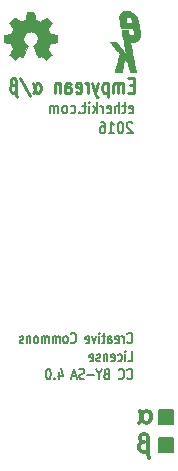
<source format=gbr>
G04 #@! TF.FileFunction,Legend,Bot*
%FSLAX46Y46*%
G04 Gerber Fmt 4.6, Leading zero omitted, Abs format (unit mm)*
G04 Created by KiCad (PCBNEW 4.0.3+e1-6302~38~ubuntu16.04.1-stable) date Sat Aug 13 15:25:40 2016*
%MOMM*%
%LPD*%
G01*
G04 APERTURE LIST*
%ADD10C,0.100000*%
%ADD11C,0.175000*%
%ADD12C,0.200000*%
%ADD13C,0.250000*%
%ADD14C,0.300000*%
%ADD15C,0.002540*%
G04 APERTURE END LIST*
D10*
D11*
X138883333Y-135246429D02*
X138916667Y-135289286D01*
X139016667Y-135332143D01*
X139083333Y-135332143D01*
X139183333Y-135289286D01*
X139250000Y-135203571D01*
X139283333Y-135117857D01*
X139316667Y-134946429D01*
X139316667Y-134817857D01*
X139283333Y-134646429D01*
X139250000Y-134560714D01*
X139183333Y-134475000D01*
X139083333Y-134432143D01*
X139016667Y-134432143D01*
X138916667Y-134475000D01*
X138883333Y-134517857D01*
X138583333Y-135332143D02*
X138583333Y-134732143D01*
X138583333Y-134903571D02*
X138550000Y-134817857D01*
X138516667Y-134775000D01*
X138450000Y-134732143D01*
X138383333Y-134732143D01*
X137883334Y-135289286D02*
X137950000Y-135332143D01*
X138083334Y-135332143D01*
X138150000Y-135289286D01*
X138183334Y-135203571D01*
X138183334Y-134860714D01*
X138150000Y-134775000D01*
X138083334Y-134732143D01*
X137950000Y-134732143D01*
X137883334Y-134775000D01*
X137850000Y-134860714D01*
X137850000Y-134946429D01*
X138183334Y-135032143D01*
X137250000Y-135332143D02*
X137250000Y-134860714D01*
X137283334Y-134775000D01*
X137350000Y-134732143D01*
X137483334Y-134732143D01*
X137550000Y-134775000D01*
X137250000Y-135289286D02*
X137316667Y-135332143D01*
X137483334Y-135332143D01*
X137550000Y-135289286D01*
X137583334Y-135203571D01*
X137583334Y-135117857D01*
X137550000Y-135032143D01*
X137483334Y-134989286D01*
X137316667Y-134989286D01*
X137250000Y-134946429D01*
X137016667Y-134732143D02*
X136750001Y-134732143D01*
X136916667Y-134432143D02*
X136916667Y-135203571D01*
X136883334Y-135289286D01*
X136816667Y-135332143D01*
X136750001Y-135332143D01*
X136516667Y-135332143D02*
X136516667Y-134732143D01*
X136516667Y-134432143D02*
X136550001Y-134475000D01*
X136516667Y-134517857D01*
X136483334Y-134475000D01*
X136516667Y-134432143D01*
X136516667Y-134517857D01*
X136250001Y-134732143D02*
X136083334Y-135332143D01*
X135916668Y-134732143D01*
X135383335Y-135289286D02*
X135450001Y-135332143D01*
X135583335Y-135332143D01*
X135650001Y-135289286D01*
X135683335Y-135203571D01*
X135683335Y-134860714D01*
X135650001Y-134775000D01*
X135583335Y-134732143D01*
X135450001Y-134732143D01*
X135383335Y-134775000D01*
X135350001Y-134860714D01*
X135350001Y-134946429D01*
X135683335Y-135032143D01*
X134116668Y-135246429D02*
X134150002Y-135289286D01*
X134250002Y-135332143D01*
X134316668Y-135332143D01*
X134416668Y-135289286D01*
X134483335Y-135203571D01*
X134516668Y-135117857D01*
X134550002Y-134946429D01*
X134550002Y-134817857D01*
X134516668Y-134646429D01*
X134483335Y-134560714D01*
X134416668Y-134475000D01*
X134316668Y-134432143D01*
X134250002Y-134432143D01*
X134150002Y-134475000D01*
X134116668Y-134517857D01*
X133716668Y-135332143D02*
X133783335Y-135289286D01*
X133816668Y-135246429D01*
X133850002Y-135160714D01*
X133850002Y-134903571D01*
X133816668Y-134817857D01*
X133783335Y-134775000D01*
X133716668Y-134732143D01*
X133616668Y-134732143D01*
X133550002Y-134775000D01*
X133516668Y-134817857D01*
X133483335Y-134903571D01*
X133483335Y-135160714D01*
X133516668Y-135246429D01*
X133550002Y-135289286D01*
X133616668Y-135332143D01*
X133716668Y-135332143D01*
X133183335Y-135332143D02*
X133183335Y-134732143D01*
X133183335Y-134817857D02*
X133150002Y-134775000D01*
X133083335Y-134732143D01*
X132983335Y-134732143D01*
X132916669Y-134775000D01*
X132883335Y-134860714D01*
X132883335Y-135332143D01*
X132883335Y-134860714D02*
X132850002Y-134775000D01*
X132783335Y-134732143D01*
X132683335Y-134732143D01*
X132616669Y-134775000D01*
X132583335Y-134860714D01*
X132583335Y-135332143D01*
X132250002Y-135332143D02*
X132250002Y-134732143D01*
X132250002Y-134817857D02*
X132216669Y-134775000D01*
X132150002Y-134732143D01*
X132050002Y-134732143D01*
X131983336Y-134775000D01*
X131950002Y-134860714D01*
X131950002Y-135332143D01*
X131950002Y-134860714D02*
X131916669Y-134775000D01*
X131850002Y-134732143D01*
X131750002Y-134732143D01*
X131683336Y-134775000D01*
X131650002Y-134860714D01*
X131650002Y-135332143D01*
X131216669Y-135332143D02*
X131283336Y-135289286D01*
X131316669Y-135246429D01*
X131350003Y-135160714D01*
X131350003Y-134903571D01*
X131316669Y-134817857D01*
X131283336Y-134775000D01*
X131216669Y-134732143D01*
X131116669Y-134732143D01*
X131050003Y-134775000D01*
X131016669Y-134817857D01*
X130983336Y-134903571D01*
X130983336Y-135160714D01*
X131016669Y-135246429D01*
X131050003Y-135289286D01*
X131116669Y-135332143D01*
X131216669Y-135332143D01*
X130683336Y-134732143D02*
X130683336Y-135332143D01*
X130683336Y-134817857D02*
X130650003Y-134775000D01*
X130583336Y-134732143D01*
X130483336Y-134732143D01*
X130416670Y-134775000D01*
X130383336Y-134860714D01*
X130383336Y-135332143D01*
X130083337Y-135289286D02*
X130016670Y-135332143D01*
X129883337Y-135332143D01*
X129816670Y-135289286D01*
X129783337Y-135203571D01*
X129783337Y-135160714D01*
X129816670Y-135075000D01*
X129883337Y-135032143D01*
X129983337Y-135032143D01*
X130050003Y-134989286D01*
X130083337Y-134903571D01*
X130083337Y-134860714D01*
X130050003Y-134775000D01*
X129983337Y-134732143D01*
X129883337Y-134732143D01*
X129816670Y-134775000D01*
X138950000Y-136857143D02*
X139283333Y-136857143D01*
X139283333Y-135957143D01*
X138716666Y-136857143D02*
X138716666Y-136257143D01*
X138716666Y-135957143D02*
X138750000Y-136000000D01*
X138716666Y-136042857D01*
X138683333Y-136000000D01*
X138716666Y-135957143D01*
X138716666Y-136042857D01*
X138083333Y-136814286D02*
X138150000Y-136857143D01*
X138283333Y-136857143D01*
X138350000Y-136814286D01*
X138383333Y-136771429D01*
X138416667Y-136685714D01*
X138416667Y-136428571D01*
X138383333Y-136342857D01*
X138350000Y-136300000D01*
X138283333Y-136257143D01*
X138150000Y-136257143D01*
X138083333Y-136300000D01*
X137516667Y-136814286D02*
X137583333Y-136857143D01*
X137716667Y-136857143D01*
X137783333Y-136814286D01*
X137816667Y-136728571D01*
X137816667Y-136385714D01*
X137783333Y-136300000D01*
X137716667Y-136257143D01*
X137583333Y-136257143D01*
X137516667Y-136300000D01*
X137483333Y-136385714D01*
X137483333Y-136471429D01*
X137816667Y-136557143D01*
X137183333Y-136257143D02*
X137183333Y-136857143D01*
X137183333Y-136342857D02*
X137150000Y-136300000D01*
X137083333Y-136257143D01*
X136983333Y-136257143D01*
X136916667Y-136300000D01*
X136883333Y-136385714D01*
X136883333Y-136857143D01*
X136583334Y-136814286D02*
X136516667Y-136857143D01*
X136383334Y-136857143D01*
X136316667Y-136814286D01*
X136283334Y-136728571D01*
X136283334Y-136685714D01*
X136316667Y-136600000D01*
X136383334Y-136557143D01*
X136483334Y-136557143D01*
X136550000Y-136514286D01*
X136583334Y-136428571D01*
X136583334Y-136385714D01*
X136550000Y-136300000D01*
X136483334Y-136257143D01*
X136383334Y-136257143D01*
X136316667Y-136300000D01*
X135716667Y-136814286D02*
X135783333Y-136857143D01*
X135916667Y-136857143D01*
X135983333Y-136814286D01*
X136016667Y-136728571D01*
X136016667Y-136385714D01*
X135983333Y-136300000D01*
X135916667Y-136257143D01*
X135783333Y-136257143D01*
X135716667Y-136300000D01*
X135683333Y-136385714D01*
X135683333Y-136471429D01*
X136016667Y-136557143D01*
X138883333Y-138296429D02*
X138916667Y-138339286D01*
X139016667Y-138382143D01*
X139083333Y-138382143D01*
X139183333Y-138339286D01*
X139250000Y-138253571D01*
X139283333Y-138167857D01*
X139316667Y-137996429D01*
X139316667Y-137867857D01*
X139283333Y-137696429D01*
X139250000Y-137610714D01*
X139183333Y-137525000D01*
X139083333Y-137482143D01*
X139016667Y-137482143D01*
X138916667Y-137525000D01*
X138883333Y-137567857D01*
X138183333Y-138296429D02*
X138216667Y-138339286D01*
X138316667Y-138382143D01*
X138383333Y-138382143D01*
X138483333Y-138339286D01*
X138550000Y-138253571D01*
X138583333Y-138167857D01*
X138616667Y-137996429D01*
X138616667Y-137867857D01*
X138583333Y-137696429D01*
X138550000Y-137610714D01*
X138483333Y-137525000D01*
X138383333Y-137482143D01*
X138316667Y-137482143D01*
X138216667Y-137525000D01*
X138183333Y-137567857D01*
X137116667Y-137910714D02*
X137016667Y-137953571D01*
X136983334Y-137996429D01*
X136950000Y-138082143D01*
X136950000Y-138210714D01*
X136983334Y-138296429D01*
X137016667Y-138339286D01*
X137083334Y-138382143D01*
X137350000Y-138382143D01*
X137350000Y-137482143D01*
X137116667Y-137482143D01*
X137050000Y-137525000D01*
X137016667Y-137567857D01*
X136983334Y-137653571D01*
X136983334Y-137739286D01*
X137016667Y-137825000D01*
X137050000Y-137867857D01*
X137116667Y-137910714D01*
X137350000Y-137910714D01*
X136516667Y-137953571D02*
X136516667Y-138382143D01*
X136750000Y-137482143D02*
X136516667Y-137953571D01*
X136283334Y-137482143D01*
X136050000Y-138039286D02*
X135516667Y-138039286D01*
X135216667Y-138339286D02*
X135116667Y-138382143D01*
X134950000Y-138382143D01*
X134883333Y-138339286D01*
X134850000Y-138296429D01*
X134816667Y-138210714D01*
X134816667Y-138125000D01*
X134850000Y-138039286D01*
X134883333Y-137996429D01*
X134950000Y-137953571D01*
X135083333Y-137910714D01*
X135150000Y-137867857D01*
X135183333Y-137825000D01*
X135216667Y-137739286D01*
X135216667Y-137653571D01*
X135183333Y-137567857D01*
X135150000Y-137525000D01*
X135083333Y-137482143D01*
X134916667Y-137482143D01*
X134816667Y-137525000D01*
X134550000Y-138125000D02*
X134216666Y-138125000D01*
X134616666Y-138382143D02*
X134383333Y-137482143D01*
X134150000Y-138382143D01*
X133083333Y-137782143D02*
X133083333Y-138382143D01*
X133250000Y-137439286D02*
X133416667Y-138082143D01*
X132983333Y-138082143D01*
X132716666Y-138296429D02*
X132683333Y-138339286D01*
X132716666Y-138382143D01*
X132750000Y-138339286D01*
X132716666Y-138296429D01*
X132716666Y-138382143D01*
X132250000Y-137482143D02*
X132183333Y-137482143D01*
X132116667Y-137525000D01*
X132083333Y-137567857D01*
X132050000Y-137653571D01*
X132016667Y-137825000D01*
X132016667Y-138039286D01*
X132050000Y-138210714D01*
X132083333Y-138296429D01*
X132116667Y-138339286D01*
X132183333Y-138382143D01*
X132250000Y-138382143D01*
X132316667Y-138339286D01*
X132350000Y-138296429D01*
X132383333Y-138210714D01*
X132416667Y-138039286D01*
X132416667Y-137825000D01*
X132383333Y-137653571D01*
X132350000Y-137567857D01*
X132316667Y-137525000D01*
X132250000Y-137482143D01*
D12*
X139297619Y-116647619D02*
X139259524Y-116600000D01*
X139183333Y-116552381D01*
X138992857Y-116552381D01*
X138916667Y-116600000D01*
X138878571Y-116647619D01*
X138840476Y-116742857D01*
X138840476Y-116838095D01*
X138878571Y-116980952D01*
X139335714Y-117552381D01*
X138840476Y-117552381D01*
X138345238Y-116552381D02*
X138269047Y-116552381D01*
X138192857Y-116600000D01*
X138154762Y-116647619D01*
X138116666Y-116742857D01*
X138078571Y-116933333D01*
X138078571Y-117171429D01*
X138116666Y-117361905D01*
X138154762Y-117457143D01*
X138192857Y-117504762D01*
X138269047Y-117552381D01*
X138345238Y-117552381D01*
X138421428Y-117504762D01*
X138459524Y-117457143D01*
X138497619Y-117361905D01*
X138535714Y-117171429D01*
X138535714Y-116933333D01*
X138497619Y-116742857D01*
X138459524Y-116647619D01*
X138421428Y-116600000D01*
X138345238Y-116552381D01*
X137316666Y-117552381D02*
X137773809Y-117552381D01*
X137545238Y-117552381D02*
X137545238Y-116552381D01*
X137621428Y-116695238D01*
X137697619Y-116790476D01*
X137773809Y-116838095D01*
X136630952Y-116552381D02*
X136783333Y-116552381D01*
X136859523Y-116600000D01*
X136897618Y-116647619D01*
X136973809Y-116790476D01*
X137011904Y-116980952D01*
X137011904Y-117361905D01*
X136973809Y-117457143D01*
X136935714Y-117504762D01*
X136859523Y-117552381D01*
X136707142Y-117552381D01*
X136630952Y-117504762D01*
X136592856Y-117457143D01*
X136554761Y-117361905D01*
X136554761Y-117123810D01*
X136592856Y-117028571D01*
X136630952Y-116980952D01*
X136707142Y-116933333D01*
X136859523Y-116933333D01*
X136935714Y-116980952D01*
X136973809Y-117028571D01*
X137011904Y-117123810D01*
X139054762Y-115804762D02*
X139130952Y-115852381D01*
X139283333Y-115852381D01*
X139359524Y-115804762D01*
X139397619Y-115709524D01*
X139397619Y-115328571D01*
X139359524Y-115233333D01*
X139283333Y-115185714D01*
X139130952Y-115185714D01*
X139054762Y-115233333D01*
X139016667Y-115328571D01*
X139016667Y-115423810D01*
X139397619Y-115519048D01*
X138788096Y-115185714D02*
X138483334Y-115185714D01*
X138673810Y-114852381D02*
X138673810Y-115709524D01*
X138635715Y-115804762D01*
X138559524Y-115852381D01*
X138483334Y-115852381D01*
X138216667Y-115852381D02*
X138216667Y-114852381D01*
X137873810Y-115852381D02*
X137873810Y-115328571D01*
X137911905Y-115233333D01*
X137988095Y-115185714D01*
X138102381Y-115185714D01*
X138178572Y-115233333D01*
X138216667Y-115280952D01*
X137188095Y-115804762D02*
X137264285Y-115852381D01*
X137416666Y-115852381D01*
X137492857Y-115804762D01*
X137530952Y-115709524D01*
X137530952Y-115328571D01*
X137492857Y-115233333D01*
X137416666Y-115185714D01*
X137264285Y-115185714D01*
X137188095Y-115233333D01*
X137150000Y-115328571D01*
X137150000Y-115423810D01*
X137530952Y-115519048D01*
X136807143Y-115852381D02*
X136807143Y-115185714D01*
X136807143Y-115376190D02*
X136769048Y-115280952D01*
X136730952Y-115233333D01*
X136654762Y-115185714D01*
X136578571Y-115185714D01*
X136311905Y-115852381D02*
X136311905Y-114852381D01*
X136235714Y-115471429D02*
X136007143Y-115852381D01*
X136007143Y-115185714D02*
X136311905Y-115566667D01*
X135664286Y-115852381D02*
X135664286Y-115185714D01*
X135664286Y-114852381D02*
X135702381Y-114900000D01*
X135664286Y-114947619D01*
X135626191Y-114900000D01*
X135664286Y-114852381D01*
X135664286Y-114947619D01*
X135397620Y-115185714D02*
X135092858Y-115185714D01*
X135283334Y-114852381D02*
X135283334Y-115709524D01*
X135245239Y-115804762D01*
X135169048Y-115852381D01*
X135092858Y-115852381D01*
X134826191Y-115757143D02*
X134788096Y-115804762D01*
X134826191Y-115852381D01*
X134864286Y-115804762D01*
X134826191Y-115757143D01*
X134826191Y-115852381D01*
X134102382Y-115804762D02*
X134178572Y-115852381D01*
X134330953Y-115852381D01*
X134407144Y-115804762D01*
X134445239Y-115757143D01*
X134483334Y-115661905D01*
X134483334Y-115376190D01*
X134445239Y-115280952D01*
X134407144Y-115233333D01*
X134330953Y-115185714D01*
X134178572Y-115185714D01*
X134102382Y-115233333D01*
X133645239Y-115852381D02*
X133721430Y-115804762D01*
X133759525Y-115757143D01*
X133797620Y-115661905D01*
X133797620Y-115376190D01*
X133759525Y-115280952D01*
X133721430Y-115233333D01*
X133645239Y-115185714D01*
X133530953Y-115185714D01*
X133454763Y-115233333D01*
X133416668Y-115280952D01*
X133378572Y-115376190D01*
X133378572Y-115661905D01*
X133416668Y-115757143D01*
X133454763Y-115804762D01*
X133530953Y-115852381D01*
X133645239Y-115852381D01*
X133035715Y-115852381D02*
X133035715Y-115185714D01*
X133035715Y-115280952D02*
X132997620Y-115233333D01*
X132921429Y-115185714D01*
X132807143Y-115185714D01*
X132730953Y-115233333D01*
X132692858Y-115328571D01*
X132692858Y-115852381D01*
X132692858Y-115328571D02*
X132654762Y-115233333D01*
X132578572Y-115185714D01*
X132464286Y-115185714D01*
X132388096Y-115233333D01*
X132350001Y-115328571D01*
X132350001Y-115852381D01*
D13*
X139464286Y-113464286D02*
X139130952Y-113464286D01*
X138988095Y-114092857D02*
X139464286Y-114092857D01*
X139464286Y-112892857D01*
X138988095Y-112892857D01*
X138559524Y-114092857D02*
X138559524Y-113292857D01*
X138559524Y-113407143D02*
X138511905Y-113350000D01*
X138416667Y-113292857D01*
X138273809Y-113292857D01*
X138178571Y-113350000D01*
X138130952Y-113464286D01*
X138130952Y-114092857D01*
X138130952Y-113464286D02*
X138083333Y-113350000D01*
X137988095Y-113292857D01*
X137845238Y-113292857D01*
X137750000Y-113350000D01*
X137702381Y-113464286D01*
X137702381Y-114092857D01*
X137226191Y-113292857D02*
X137226191Y-114492857D01*
X137226191Y-113350000D02*
X137130953Y-113292857D01*
X136940476Y-113292857D01*
X136845238Y-113350000D01*
X136797619Y-113407143D01*
X136750000Y-113521429D01*
X136750000Y-113864286D01*
X136797619Y-113978571D01*
X136845238Y-114035714D01*
X136940476Y-114092857D01*
X137130953Y-114092857D01*
X137226191Y-114035714D01*
X136416667Y-113292857D02*
X136178572Y-114092857D01*
X135940476Y-113292857D02*
X136178572Y-114092857D01*
X136273810Y-114378571D01*
X136321429Y-114435714D01*
X136416667Y-114492857D01*
X135559524Y-114092857D02*
X135559524Y-113292857D01*
X135559524Y-113521429D02*
X135511905Y-113407143D01*
X135464286Y-113350000D01*
X135369048Y-113292857D01*
X135273809Y-113292857D01*
X134559523Y-114035714D02*
X134654761Y-114092857D01*
X134845238Y-114092857D01*
X134940476Y-114035714D01*
X134988095Y-113921429D01*
X134988095Y-113464286D01*
X134940476Y-113350000D01*
X134845238Y-113292857D01*
X134654761Y-113292857D01*
X134559523Y-113350000D01*
X134511904Y-113464286D01*
X134511904Y-113578571D01*
X134988095Y-113692857D01*
X133654761Y-114092857D02*
X133654761Y-113464286D01*
X133702380Y-113350000D01*
X133797618Y-113292857D01*
X133988095Y-113292857D01*
X134083333Y-113350000D01*
X133654761Y-114035714D02*
X133749999Y-114092857D01*
X133988095Y-114092857D01*
X134083333Y-114035714D01*
X134130952Y-113921429D01*
X134130952Y-113807143D01*
X134083333Y-113692857D01*
X133988095Y-113635714D01*
X133749999Y-113635714D01*
X133654761Y-113578571D01*
X133178571Y-113292857D02*
X133178571Y-114092857D01*
X133178571Y-113407143D02*
X133130952Y-113350000D01*
X133035714Y-113292857D01*
X132892856Y-113292857D01*
X132797618Y-113350000D01*
X132749999Y-113464286D01*
X132749999Y-114092857D01*
X130940475Y-113292857D02*
X131083332Y-113864286D01*
X131130951Y-113978571D01*
X131178570Y-114035714D01*
X131273809Y-114092857D01*
X131369047Y-114092857D01*
X131464285Y-114035714D01*
X131511904Y-113978571D01*
X131559523Y-113807143D01*
X131559523Y-113578571D01*
X131511904Y-113407143D01*
X131464285Y-113350000D01*
X131369047Y-113292857D01*
X131273809Y-113292857D01*
X131178570Y-113350000D01*
X131130951Y-113407143D01*
X131083332Y-113521429D01*
X131035713Y-113921429D01*
X130988094Y-114035714D01*
X130892856Y-114092857D01*
X129797618Y-112835714D02*
X130654761Y-114378571D01*
X129178570Y-113407143D02*
X129083332Y-113464286D01*
X129035713Y-113521429D01*
X128988094Y-113635714D01*
X128988094Y-113864286D01*
X129035713Y-113978571D01*
X129083332Y-114035714D01*
X129178570Y-114092857D01*
X129321428Y-114092857D01*
X129416666Y-114035714D01*
X129464285Y-113978571D01*
X129559523Y-114492857D02*
X129511904Y-114435714D01*
X129464285Y-114321429D01*
X129464285Y-113064286D01*
X129416666Y-112950000D01*
X129321428Y-112892857D01*
X129178570Y-112892857D01*
X129083332Y-112950000D01*
X129035713Y-113064286D01*
X129035713Y-113235714D01*
X129083332Y-113350000D01*
X129178570Y-113407143D01*
X129273809Y-113407143D01*
D14*
X140192857Y-143671429D02*
X140050000Y-143742857D01*
X139978571Y-143814286D01*
X139907142Y-143957143D01*
X139907142Y-144242857D01*
X139978571Y-144385714D01*
X140050000Y-144457143D01*
X140192857Y-144528571D01*
X140407142Y-144528571D01*
X140550000Y-144457143D01*
X140621428Y-144385714D01*
X140764285Y-145028571D02*
X140692857Y-144957143D01*
X140621428Y-144814286D01*
X140621428Y-143242857D01*
X140550000Y-143100000D01*
X140407142Y-143028571D01*
X140192857Y-143028571D01*
X140050000Y-143100000D01*
X139978571Y-143242857D01*
X139978571Y-143457143D01*
X140050000Y-143600000D01*
X140192857Y-143671429D01*
X140335714Y-143671429D01*
X139935714Y-141028571D02*
X140150000Y-141742857D01*
X140221429Y-141885714D01*
X140292857Y-141957143D01*
X140435714Y-142028571D01*
X140578571Y-142028571D01*
X140721429Y-141957143D01*
X140792857Y-141885714D01*
X140864286Y-141671429D01*
X140864286Y-141385714D01*
X140792857Y-141171429D01*
X140721429Y-141100000D01*
X140578571Y-141028571D01*
X140435714Y-141028571D01*
X140292857Y-141100000D01*
X140221429Y-141171429D01*
X140150000Y-141314286D01*
X140078571Y-141814286D01*
X140007143Y-141957143D01*
X139864286Y-142028571D01*
D15*
G36*
X132048740Y-111298980D02*
X132025880Y-111286280D01*
X131972540Y-111253260D01*
X131898880Y-111205000D01*
X131809980Y-111146580D01*
X131723620Y-111085620D01*
X131649960Y-111037360D01*
X131599160Y-111004340D01*
X131578840Y-110994180D01*
X131566140Y-110996720D01*
X131525500Y-111017040D01*
X131464540Y-111050060D01*
X131428980Y-111067840D01*
X131373100Y-111090700D01*
X131345160Y-111095780D01*
X131340080Y-111088160D01*
X131319760Y-111047520D01*
X131289280Y-110973860D01*
X131246100Y-110877340D01*
X131197840Y-110763040D01*
X131147040Y-110641120D01*
X131093700Y-110519200D01*
X131045440Y-110399820D01*
X131002260Y-110293140D01*
X130966700Y-110206780D01*
X130943840Y-110145820D01*
X130936220Y-110120420D01*
X130938760Y-110115340D01*
X130966700Y-110087400D01*
X131014960Y-110051840D01*
X131119100Y-109965480D01*
X131223240Y-109835940D01*
X131286740Y-109688620D01*
X131309600Y-109523520D01*
X131291820Y-109373660D01*
X131230860Y-109228880D01*
X131129260Y-109096800D01*
X131004800Y-109000280D01*
X130862560Y-108936780D01*
X130700000Y-108916460D01*
X130545060Y-108934240D01*
X130397740Y-108992660D01*
X130265660Y-109094260D01*
X130209780Y-109157760D01*
X130133580Y-109289840D01*
X130090400Y-109432080D01*
X130085320Y-109467640D01*
X130092940Y-109625120D01*
X130138660Y-109774980D01*
X130219940Y-109907060D01*
X130334240Y-110018820D01*
X130349480Y-110028980D01*
X130402820Y-110067080D01*
X130438380Y-110095020D01*
X130466320Y-110117880D01*
X130268200Y-110597940D01*
X130235180Y-110674140D01*
X130181840Y-110803680D01*
X130133580Y-110917980D01*
X130092940Y-111006880D01*
X130067540Y-111067840D01*
X130054840Y-111090700D01*
X130054840Y-111093240D01*
X130037060Y-111095780D01*
X130001500Y-111083080D01*
X129932920Y-111050060D01*
X129889740Y-111027200D01*
X129838940Y-111001800D01*
X129816080Y-110994180D01*
X129795760Y-111004340D01*
X129747500Y-111034820D01*
X129676380Y-111083080D01*
X129590020Y-111141500D01*
X129508740Y-111197380D01*
X129435080Y-111245640D01*
X129379200Y-111281200D01*
X129353800Y-111296440D01*
X129348720Y-111296440D01*
X129325860Y-111283740D01*
X129282680Y-111245640D01*
X129216640Y-111184680D01*
X129125200Y-111093240D01*
X129109960Y-111080540D01*
X129033760Y-111001800D01*
X128972800Y-110938300D01*
X128932160Y-110892580D01*
X128916920Y-110869720D01*
X128916920Y-110869720D01*
X128929620Y-110844320D01*
X128965180Y-110790980D01*
X129013440Y-110714780D01*
X129074400Y-110625880D01*
X129234420Y-110394740D01*
X129145520Y-110176300D01*
X129120120Y-110110260D01*
X129084560Y-110028980D01*
X129059160Y-109973100D01*
X129046460Y-109947700D01*
X129023600Y-109937540D01*
X128965180Y-109924840D01*
X128878820Y-109907060D01*
X128774680Y-109886740D01*
X128675620Y-109868960D01*
X128589260Y-109851180D01*
X128523220Y-109838480D01*
X128495280Y-109833400D01*
X128487660Y-109830860D01*
X128482580Y-109815620D01*
X128480040Y-109785140D01*
X128477500Y-109731800D01*
X128474960Y-109647980D01*
X128474960Y-109523520D01*
X128474960Y-109510820D01*
X128477500Y-109393980D01*
X128477500Y-109300000D01*
X128482580Y-109241580D01*
X128485120Y-109216180D01*
X128485120Y-109216180D01*
X128513060Y-109211100D01*
X128576560Y-109195860D01*
X128665460Y-109180620D01*
X128769600Y-109160300D01*
X128777220Y-109157760D01*
X128881360Y-109137440D01*
X128970260Y-109119660D01*
X129031220Y-109104420D01*
X129059160Y-109096800D01*
X129064240Y-109089180D01*
X129084560Y-109048540D01*
X129115040Y-108982500D01*
X129150600Y-108903760D01*
X129183620Y-108819940D01*
X129214100Y-108746280D01*
X129234420Y-108690400D01*
X129239500Y-108665000D01*
X129239500Y-108665000D01*
X129224260Y-108639600D01*
X129188700Y-108586260D01*
X129137900Y-108510060D01*
X129074400Y-108421160D01*
X129071860Y-108413540D01*
X129010900Y-108324640D01*
X128960100Y-108248440D01*
X128929620Y-108195100D01*
X128916920Y-108172240D01*
X128916920Y-108169700D01*
X128937240Y-108144300D01*
X128982960Y-108093500D01*
X129046460Y-108024920D01*
X129125200Y-107946180D01*
X129150600Y-107920780D01*
X129236960Y-107836960D01*
X129295380Y-107781080D01*
X129333480Y-107753140D01*
X129351260Y-107745520D01*
X129351260Y-107745520D01*
X129379200Y-107763300D01*
X129435080Y-107798860D01*
X129511280Y-107852200D01*
X129602720Y-107913160D01*
X129607800Y-107915700D01*
X129696700Y-107976660D01*
X129770360Y-108027460D01*
X129823700Y-108063020D01*
X129846560Y-108075720D01*
X129851640Y-108075720D01*
X129887200Y-108065560D01*
X129950700Y-108042700D01*
X130026900Y-108012220D01*
X130110720Y-107979200D01*
X130184380Y-107948720D01*
X130240260Y-107923320D01*
X130268200Y-107908080D01*
X130268200Y-107905540D01*
X130278360Y-107875060D01*
X130293600Y-107809020D01*
X130311380Y-107717580D01*
X130331700Y-107608360D01*
X130336780Y-107590580D01*
X130357100Y-107483900D01*
X130372340Y-107397540D01*
X130385040Y-107336580D01*
X130392660Y-107311180D01*
X130407900Y-107308640D01*
X130458700Y-107303560D01*
X130537440Y-107301020D01*
X130633960Y-107301020D01*
X130733020Y-107301020D01*
X130832080Y-107303560D01*
X130915900Y-107306100D01*
X130974320Y-107311180D01*
X130999720Y-107316260D01*
X131002260Y-107316260D01*
X131009880Y-107349280D01*
X131025120Y-107415320D01*
X131042900Y-107509300D01*
X131065760Y-107618520D01*
X131068300Y-107636300D01*
X131088620Y-107742980D01*
X131106400Y-107829340D01*
X131119100Y-107890300D01*
X131126720Y-107913160D01*
X131134340Y-107918240D01*
X131180060Y-107936020D01*
X131251180Y-107966500D01*
X131337540Y-108002060D01*
X131540740Y-108083340D01*
X131792200Y-107913160D01*
X131815060Y-107897920D01*
X131903960Y-107836960D01*
X131977620Y-107786160D01*
X132028420Y-107753140D01*
X132051280Y-107742980D01*
X132051280Y-107742980D01*
X132076680Y-107765840D01*
X132127480Y-107811560D01*
X132193520Y-107877600D01*
X132272260Y-107956340D01*
X132330680Y-108012220D01*
X132399260Y-108083340D01*
X132444980Y-108131600D01*
X132467840Y-108162080D01*
X132475460Y-108179860D01*
X132472920Y-108192560D01*
X132457680Y-108217960D01*
X132422120Y-108271300D01*
X132368780Y-108347500D01*
X132307820Y-108436400D01*
X132259560Y-108510060D01*
X132203680Y-108593880D01*
X132168120Y-108654840D01*
X132157960Y-108682780D01*
X132160500Y-108695480D01*
X132178280Y-108743740D01*
X132206220Y-108817400D01*
X132244320Y-108906300D01*
X132330680Y-109104420D01*
X132460220Y-109129820D01*
X132538960Y-109142520D01*
X132650720Y-109165380D01*
X132754860Y-109185700D01*
X132919960Y-109216180D01*
X132925040Y-109818160D01*
X132899640Y-109828320D01*
X132874240Y-109835940D01*
X132813280Y-109848640D01*
X132726920Y-109866420D01*
X132625320Y-109886740D01*
X132538960Y-109901980D01*
X132450060Y-109919760D01*
X132386560Y-109932460D01*
X132358620Y-109937540D01*
X132351000Y-109947700D01*
X132330680Y-109988340D01*
X132297660Y-110056920D01*
X132264640Y-110138200D01*
X132229080Y-110222020D01*
X132198600Y-110300760D01*
X132175740Y-110359180D01*
X132168120Y-110392200D01*
X132180820Y-110415060D01*
X132213840Y-110465860D01*
X132262100Y-110539520D01*
X132320520Y-110625880D01*
X132381480Y-110714780D01*
X132432280Y-110788440D01*
X132465300Y-110841780D01*
X132480540Y-110867180D01*
X132472920Y-110884960D01*
X132439900Y-110925600D01*
X132373860Y-110994180D01*
X132274800Y-111090700D01*
X132259560Y-111105940D01*
X132180820Y-111182140D01*
X132114780Y-111243100D01*
X132069060Y-111283740D01*
X132048740Y-111298980D01*
X132048740Y-111298980D01*
G37*
X132048740Y-111298980D02*
X132025880Y-111286280D01*
X131972540Y-111253260D01*
X131898880Y-111205000D01*
X131809980Y-111146580D01*
X131723620Y-111085620D01*
X131649960Y-111037360D01*
X131599160Y-111004340D01*
X131578840Y-110994180D01*
X131566140Y-110996720D01*
X131525500Y-111017040D01*
X131464540Y-111050060D01*
X131428980Y-111067840D01*
X131373100Y-111090700D01*
X131345160Y-111095780D01*
X131340080Y-111088160D01*
X131319760Y-111047520D01*
X131289280Y-110973860D01*
X131246100Y-110877340D01*
X131197840Y-110763040D01*
X131147040Y-110641120D01*
X131093700Y-110519200D01*
X131045440Y-110399820D01*
X131002260Y-110293140D01*
X130966700Y-110206780D01*
X130943840Y-110145820D01*
X130936220Y-110120420D01*
X130938760Y-110115340D01*
X130966700Y-110087400D01*
X131014960Y-110051840D01*
X131119100Y-109965480D01*
X131223240Y-109835940D01*
X131286740Y-109688620D01*
X131309600Y-109523520D01*
X131291820Y-109373660D01*
X131230860Y-109228880D01*
X131129260Y-109096800D01*
X131004800Y-109000280D01*
X130862560Y-108936780D01*
X130700000Y-108916460D01*
X130545060Y-108934240D01*
X130397740Y-108992660D01*
X130265660Y-109094260D01*
X130209780Y-109157760D01*
X130133580Y-109289840D01*
X130090400Y-109432080D01*
X130085320Y-109467640D01*
X130092940Y-109625120D01*
X130138660Y-109774980D01*
X130219940Y-109907060D01*
X130334240Y-110018820D01*
X130349480Y-110028980D01*
X130402820Y-110067080D01*
X130438380Y-110095020D01*
X130466320Y-110117880D01*
X130268200Y-110597940D01*
X130235180Y-110674140D01*
X130181840Y-110803680D01*
X130133580Y-110917980D01*
X130092940Y-111006880D01*
X130067540Y-111067840D01*
X130054840Y-111090700D01*
X130054840Y-111093240D01*
X130037060Y-111095780D01*
X130001500Y-111083080D01*
X129932920Y-111050060D01*
X129889740Y-111027200D01*
X129838940Y-111001800D01*
X129816080Y-110994180D01*
X129795760Y-111004340D01*
X129747500Y-111034820D01*
X129676380Y-111083080D01*
X129590020Y-111141500D01*
X129508740Y-111197380D01*
X129435080Y-111245640D01*
X129379200Y-111281200D01*
X129353800Y-111296440D01*
X129348720Y-111296440D01*
X129325860Y-111283740D01*
X129282680Y-111245640D01*
X129216640Y-111184680D01*
X129125200Y-111093240D01*
X129109960Y-111080540D01*
X129033760Y-111001800D01*
X128972800Y-110938300D01*
X128932160Y-110892580D01*
X128916920Y-110869720D01*
X128916920Y-110869720D01*
X128929620Y-110844320D01*
X128965180Y-110790980D01*
X129013440Y-110714780D01*
X129074400Y-110625880D01*
X129234420Y-110394740D01*
X129145520Y-110176300D01*
X129120120Y-110110260D01*
X129084560Y-110028980D01*
X129059160Y-109973100D01*
X129046460Y-109947700D01*
X129023600Y-109937540D01*
X128965180Y-109924840D01*
X128878820Y-109907060D01*
X128774680Y-109886740D01*
X128675620Y-109868960D01*
X128589260Y-109851180D01*
X128523220Y-109838480D01*
X128495280Y-109833400D01*
X128487660Y-109830860D01*
X128482580Y-109815620D01*
X128480040Y-109785140D01*
X128477500Y-109731800D01*
X128474960Y-109647980D01*
X128474960Y-109523520D01*
X128474960Y-109510820D01*
X128477500Y-109393980D01*
X128477500Y-109300000D01*
X128482580Y-109241580D01*
X128485120Y-109216180D01*
X128485120Y-109216180D01*
X128513060Y-109211100D01*
X128576560Y-109195860D01*
X128665460Y-109180620D01*
X128769600Y-109160300D01*
X128777220Y-109157760D01*
X128881360Y-109137440D01*
X128970260Y-109119660D01*
X129031220Y-109104420D01*
X129059160Y-109096800D01*
X129064240Y-109089180D01*
X129084560Y-109048540D01*
X129115040Y-108982500D01*
X129150600Y-108903760D01*
X129183620Y-108819940D01*
X129214100Y-108746280D01*
X129234420Y-108690400D01*
X129239500Y-108665000D01*
X129239500Y-108665000D01*
X129224260Y-108639600D01*
X129188700Y-108586260D01*
X129137900Y-108510060D01*
X129074400Y-108421160D01*
X129071860Y-108413540D01*
X129010900Y-108324640D01*
X128960100Y-108248440D01*
X128929620Y-108195100D01*
X128916920Y-108172240D01*
X128916920Y-108169700D01*
X128937240Y-108144300D01*
X128982960Y-108093500D01*
X129046460Y-108024920D01*
X129125200Y-107946180D01*
X129150600Y-107920780D01*
X129236960Y-107836960D01*
X129295380Y-107781080D01*
X129333480Y-107753140D01*
X129351260Y-107745520D01*
X129351260Y-107745520D01*
X129379200Y-107763300D01*
X129435080Y-107798860D01*
X129511280Y-107852200D01*
X129602720Y-107913160D01*
X129607800Y-107915700D01*
X129696700Y-107976660D01*
X129770360Y-108027460D01*
X129823700Y-108063020D01*
X129846560Y-108075720D01*
X129851640Y-108075720D01*
X129887200Y-108065560D01*
X129950700Y-108042700D01*
X130026900Y-108012220D01*
X130110720Y-107979200D01*
X130184380Y-107948720D01*
X130240260Y-107923320D01*
X130268200Y-107908080D01*
X130268200Y-107905540D01*
X130278360Y-107875060D01*
X130293600Y-107809020D01*
X130311380Y-107717580D01*
X130331700Y-107608360D01*
X130336780Y-107590580D01*
X130357100Y-107483900D01*
X130372340Y-107397540D01*
X130385040Y-107336580D01*
X130392660Y-107311180D01*
X130407900Y-107308640D01*
X130458700Y-107303560D01*
X130537440Y-107301020D01*
X130633960Y-107301020D01*
X130733020Y-107301020D01*
X130832080Y-107303560D01*
X130915900Y-107306100D01*
X130974320Y-107311180D01*
X130999720Y-107316260D01*
X131002260Y-107316260D01*
X131009880Y-107349280D01*
X131025120Y-107415320D01*
X131042900Y-107509300D01*
X131065760Y-107618520D01*
X131068300Y-107636300D01*
X131088620Y-107742980D01*
X131106400Y-107829340D01*
X131119100Y-107890300D01*
X131126720Y-107913160D01*
X131134340Y-107918240D01*
X131180060Y-107936020D01*
X131251180Y-107966500D01*
X131337540Y-108002060D01*
X131540740Y-108083340D01*
X131792200Y-107913160D01*
X131815060Y-107897920D01*
X131903960Y-107836960D01*
X131977620Y-107786160D01*
X132028420Y-107753140D01*
X132051280Y-107742980D01*
X132051280Y-107742980D01*
X132076680Y-107765840D01*
X132127480Y-107811560D01*
X132193520Y-107877600D01*
X132272260Y-107956340D01*
X132330680Y-108012220D01*
X132399260Y-108083340D01*
X132444980Y-108131600D01*
X132467840Y-108162080D01*
X132475460Y-108179860D01*
X132472920Y-108192560D01*
X132457680Y-108217960D01*
X132422120Y-108271300D01*
X132368780Y-108347500D01*
X132307820Y-108436400D01*
X132259560Y-108510060D01*
X132203680Y-108593880D01*
X132168120Y-108654840D01*
X132157960Y-108682780D01*
X132160500Y-108695480D01*
X132178280Y-108743740D01*
X132206220Y-108817400D01*
X132244320Y-108906300D01*
X132330680Y-109104420D01*
X132460220Y-109129820D01*
X132538960Y-109142520D01*
X132650720Y-109165380D01*
X132754860Y-109185700D01*
X132919960Y-109216180D01*
X132925040Y-109818160D01*
X132899640Y-109828320D01*
X132874240Y-109835940D01*
X132813280Y-109848640D01*
X132726920Y-109866420D01*
X132625320Y-109886740D01*
X132538960Y-109901980D01*
X132450060Y-109919760D01*
X132386560Y-109932460D01*
X132358620Y-109937540D01*
X132351000Y-109947700D01*
X132330680Y-109988340D01*
X132297660Y-110056920D01*
X132264640Y-110138200D01*
X132229080Y-110222020D01*
X132198600Y-110300760D01*
X132175740Y-110359180D01*
X132168120Y-110392200D01*
X132180820Y-110415060D01*
X132213840Y-110465860D01*
X132262100Y-110539520D01*
X132320520Y-110625880D01*
X132381480Y-110714780D01*
X132432280Y-110788440D01*
X132465300Y-110841780D01*
X132480540Y-110867180D01*
X132472920Y-110884960D01*
X132439900Y-110925600D01*
X132373860Y-110994180D01*
X132274800Y-111090700D01*
X132259560Y-111105940D01*
X132180820Y-111182140D01*
X132114780Y-111243100D01*
X132069060Y-111283740D01*
X132048740Y-111298980D01*
G36*
X138118340Y-112356040D02*
X138077700Y-112356040D01*
X137950700Y-112353500D01*
X137866880Y-112348420D01*
X137836400Y-112340800D01*
X137841480Y-112320480D01*
X137859260Y-112249360D01*
X137892280Y-112129980D01*
X137932920Y-111975040D01*
X137983720Y-111789620D01*
X138082780Y-111428940D01*
X138136120Y-111238440D01*
X138179300Y-111070800D01*
X138214860Y-110941260D01*
X138237720Y-110852360D01*
X138245340Y-110816800D01*
X138245340Y-110814260D01*
X138217400Y-110773620D01*
X138158980Y-110692340D01*
X138072620Y-110580580D01*
X137965940Y-110445960D01*
X137844020Y-110293560D01*
X137442700Y-109798260D01*
X137955780Y-109798260D01*
X138377420Y-110339280D01*
X138433300Y-110407860D01*
X138550140Y-110557720D01*
X138651740Y-110687260D01*
X138733020Y-110788860D01*
X138783820Y-110852360D01*
X138804140Y-110875220D01*
X138801600Y-110859980D01*
X138788900Y-110788860D01*
X138766040Y-110669480D01*
X138735560Y-110509460D01*
X138697460Y-110311340D01*
X138654280Y-110087820D01*
X138606020Y-109843980D01*
X138573000Y-109671260D01*
X138524740Y-109437580D01*
X138484100Y-109229300D01*
X138451080Y-109051500D01*
X138425680Y-108914340D01*
X138407900Y-108825440D01*
X138402820Y-108787340D01*
X138402820Y-108779720D01*
X138415520Y-108769560D01*
X138453620Y-108764480D01*
X138529820Y-108764480D01*
X138656820Y-108764480D01*
X138910820Y-108769560D01*
X138936220Y-108894020D01*
X138964160Y-109010860D01*
X139004800Y-109094680D01*
X139063220Y-109163260D01*
X139103860Y-109198820D01*
X139174980Y-109236920D01*
X139263880Y-109247080D01*
X139268960Y-109247080D01*
X139340080Y-109236920D01*
X139398500Y-109198820D01*
X139408660Y-109188660D01*
X139446760Y-109140400D01*
X139462000Y-109081980D01*
X139454380Y-108990540D01*
X139431520Y-108855920D01*
X139411200Y-108764480D01*
X139395960Y-108688280D01*
X139390880Y-108657800D01*
X139375640Y-108655260D01*
X139309600Y-108655260D01*
X139235940Y-108652720D01*
X139235940Y-108226000D01*
X139286740Y-108220920D01*
X139304520Y-108213300D01*
X139307060Y-108200600D01*
X139301980Y-108185360D01*
X139286740Y-108119320D01*
X139266420Y-108025340D01*
X139256260Y-107984700D01*
X139228320Y-107885640D01*
X139200380Y-107817060D01*
X139192760Y-107804360D01*
X139121640Y-107725620D01*
X139025120Y-107677360D01*
X138920980Y-107662120D01*
X138832080Y-107682440D01*
X138768580Y-107743400D01*
X138766040Y-107748480D01*
X138748260Y-107837380D01*
X138753340Y-107961840D01*
X138776200Y-108101540D01*
X138804140Y-108218380D01*
X139058140Y-108223460D01*
X139141960Y-108226000D01*
X139235940Y-108226000D01*
X139235940Y-108652720D01*
X139197840Y-108652720D01*
X139053060Y-108652720D01*
X138880340Y-108650180D01*
X138372340Y-108650180D01*
X138362180Y-108614620D01*
X138359640Y-108607000D01*
X138336780Y-108500320D01*
X138311380Y-108360620D01*
X138283440Y-108208220D01*
X138255500Y-108055820D01*
X138235180Y-107921200D01*
X138219940Y-107814520D01*
X138212320Y-107756100D01*
X138214860Y-107725620D01*
X138250420Y-107545280D01*
X138339320Y-107387800D01*
X138466320Y-107260800D01*
X138626340Y-107184600D01*
X138644120Y-107179520D01*
X138763500Y-107161740D01*
X138903200Y-107161740D01*
X139027660Y-107176980D01*
X139147040Y-107212540D01*
X139329920Y-107314140D01*
X139497560Y-107456380D01*
X139634720Y-107624020D01*
X139728700Y-107804360D01*
X139736320Y-107827220D01*
X139756640Y-107916120D01*
X139784580Y-108045660D01*
X139820140Y-108203140D01*
X139855700Y-108378400D01*
X139891260Y-108558740D01*
X139924280Y-108731460D01*
X139952220Y-108881320D01*
X139972540Y-108998160D01*
X139982700Y-109069280D01*
X139982700Y-109170880D01*
X139962380Y-109335980D01*
X139911580Y-109473140D01*
X139891260Y-109506160D01*
X139774420Y-109635700D01*
X139616940Y-109727140D01*
X139434060Y-109772860D01*
X139238480Y-109767780D01*
X139215620Y-109765240D01*
X139144500Y-109755080D01*
X139114020Y-109755080D01*
X139114020Y-109762700D01*
X139124180Y-109823660D01*
X139147040Y-109935420D01*
X139177520Y-110090360D01*
X139215620Y-110288480D01*
X139258800Y-110517080D01*
X139309600Y-110771080D01*
X139393420Y-111187640D01*
X139446760Y-111451800D01*
X139495020Y-111695640D01*
X139535660Y-111909000D01*
X139571220Y-112089340D01*
X139596620Y-112223960D01*
X139611860Y-112312860D01*
X139614400Y-112343340D01*
X139611860Y-112345880D01*
X139566140Y-112350960D01*
X139477240Y-112353500D01*
X139357860Y-112356040D01*
X139253720Y-112356040D01*
X139169900Y-112353500D01*
X139126720Y-112348420D01*
X139106400Y-112338260D01*
X139101320Y-112320480D01*
X139096240Y-112295080D01*
X139078460Y-112216340D01*
X139058140Y-112102040D01*
X139030200Y-111964880D01*
X139022580Y-111924240D01*
X138987020Y-111761680D01*
X138959080Y-111660080D01*
X138938760Y-111611820D01*
X138928600Y-111601660D01*
X138852400Y-111515300D01*
X138773660Y-111426400D01*
X138700000Y-111350200D01*
X138649200Y-111296860D01*
X138628880Y-111276540D01*
X138623800Y-111291780D01*
X138608560Y-111357820D01*
X138585700Y-111469580D01*
X138555220Y-111614360D01*
X138522200Y-111782000D01*
X138496800Y-111898840D01*
X138463780Y-112056320D01*
X138438380Y-112188400D01*
X138418060Y-112279840D01*
X138410440Y-112320480D01*
X138407900Y-112323020D01*
X138402820Y-112338260D01*
X138382500Y-112348420D01*
X138336780Y-112353500D01*
X138252960Y-112356040D01*
X138118340Y-112356040D01*
X138118340Y-112356040D01*
G37*
X138118340Y-112356040D02*
X138077700Y-112356040D01*
X137950700Y-112353500D01*
X137866880Y-112348420D01*
X137836400Y-112340800D01*
X137841480Y-112320480D01*
X137859260Y-112249360D01*
X137892280Y-112129980D01*
X137932920Y-111975040D01*
X137983720Y-111789620D01*
X138082780Y-111428940D01*
X138136120Y-111238440D01*
X138179300Y-111070800D01*
X138214860Y-110941260D01*
X138237720Y-110852360D01*
X138245340Y-110816800D01*
X138245340Y-110814260D01*
X138217400Y-110773620D01*
X138158980Y-110692340D01*
X138072620Y-110580580D01*
X137965940Y-110445960D01*
X137844020Y-110293560D01*
X137442700Y-109798260D01*
X137955780Y-109798260D01*
X138377420Y-110339280D01*
X138433300Y-110407860D01*
X138550140Y-110557720D01*
X138651740Y-110687260D01*
X138733020Y-110788860D01*
X138783820Y-110852360D01*
X138804140Y-110875220D01*
X138801600Y-110859980D01*
X138788900Y-110788860D01*
X138766040Y-110669480D01*
X138735560Y-110509460D01*
X138697460Y-110311340D01*
X138654280Y-110087820D01*
X138606020Y-109843980D01*
X138573000Y-109671260D01*
X138524740Y-109437580D01*
X138484100Y-109229300D01*
X138451080Y-109051500D01*
X138425680Y-108914340D01*
X138407900Y-108825440D01*
X138402820Y-108787340D01*
X138402820Y-108779720D01*
X138415520Y-108769560D01*
X138453620Y-108764480D01*
X138529820Y-108764480D01*
X138656820Y-108764480D01*
X138910820Y-108769560D01*
X138936220Y-108894020D01*
X138964160Y-109010860D01*
X139004800Y-109094680D01*
X139063220Y-109163260D01*
X139103860Y-109198820D01*
X139174980Y-109236920D01*
X139263880Y-109247080D01*
X139268960Y-109247080D01*
X139340080Y-109236920D01*
X139398500Y-109198820D01*
X139408660Y-109188660D01*
X139446760Y-109140400D01*
X139462000Y-109081980D01*
X139454380Y-108990540D01*
X139431520Y-108855920D01*
X139411200Y-108764480D01*
X139395960Y-108688280D01*
X139390880Y-108657800D01*
X139375640Y-108655260D01*
X139309600Y-108655260D01*
X139235940Y-108652720D01*
X139235940Y-108226000D01*
X139286740Y-108220920D01*
X139304520Y-108213300D01*
X139307060Y-108200600D01*
X139301980Y-108185360D01*
X139286740Y-108119320D01*
X139266420Y-108025340D01*
X139256260Y-107984700D01*
X139228320Y-107885640D01*
X139200380Y-107817060D01*
X139192760Y-107804360D01*
X139121640Y-107725620D01*
X139025120Y-107677360D01*
X138920980Y-107662120D01*
X138832080Y-107682440D01*
X138768580Y-107743400D01*
X138766040Y-107748480D01*
X138748260Y-107837380D01*
X138753340Y-107961840D01*
X138776200Y-108101540D01*
X138804140Y-108218380D01*
X139058140Y-108223460D01*
X139141960Y-108226000D01*
X139235940Y-108226000D01*
X139235940Y-108652720D01*
X139197840Y-108652720D01*
X139053060Y-108652720D01*
X138880340Y-108650180D01*
X138372340Y-108650180D01*
X138362180Y-108614620D01*
X138359640Y-108607000D01*
X138336780Y-108500320D01*
X138311380Y-108360620D01*
X138283440Y-108208220D01*
X138255500Y-108055820D01*
X138235180Y-107921200D01*
X138219940Y-107814520D01*
X138212320Y-107756100D01*
X138214860Y-107725620D01*
X138250420Y-107545280D01*
X138339320Y-107387800D01*
X138466320Y-107260800D01*
X138626340Y-107184600D01*
X138644120Y-107179520D01*
X138763500Y-107161740D01*
X138903200Y-107161740D01*
X139027660Y-107176980D01*
X139147040Y-107212540D01*
X139329920Y-107314140D01*
X139497560Y-107456380D01*
X139634720Y-107624020D01*
X139728700Y-107804360D01*
X139736320Y-107827220D01*
X139756640Y-107916120D01*
X139784580Y-108045660D01*
X139820140Y-108203140D01*
X139855700Y-108378400D01*
X139891260Y-108558740D01*
X139924280Y-108731460D01*
X139952220Y-108881320D01*
X139972540Y-108998160D01*
X139982700Y-109069280D01*
X139982700Y-109170880D01*
X139962380Y-109335980D01*
X139911580Y-109473140D01*
X139891260Y-109506160D01*
X139774420Y-109635700D01*
X139616940Y-109727140D01*
X139434060Y-109772860D01*
X139238480Y-109767780D01*
X139215620Y-109765240D01*
X139144500Y-109755080D01*
X139114020Y-109755080D01*
X139114020Y-109762700D01*
X139124180Y-109823660D01*
X139147040Y-109935420D01*
X139177520Y-110090360D01*
X139215620Y-110288480D01*
X139258800Y-110517080D01*
X139309600Y-110771080D01*
X139393420Y-111187640D01*
X139446760Y-111451800D01*
X139495020Y-111695640D01*
X139535660Y-111909000D01*
X139571220Y-112089340D01*
X139596620Y-112223960D01*
X139611860Y-112312860D01*
X139614400Y-112343340D01*
X139611860Y-112345880D01*
X139566140Y-112350960D01*
X139477240Y-112353500D01*
X139357860Y-112356040D01*
X139253720Y-112356040D01*
X139169900Y-112353500D01*
X139126720Y-112348420D01*
X139106400Y-112338260D01*
X139101320Y-112320480D01*
X139096240Y-112295080D01*
X139078460Y-112216340D01*
X139058140Y-112102040D01*
X139030200Y-111964880D01*
X139022580Y-111924240D01*
X138987020Y-111761680D01*
X138959080Y-111660080D01*
X138938760Y-111611820D01*
X138928600Y-111601660D01*
X138852400Y-111515300D01*
X138773660Y-111426400D01*
X138700000Y-111350200D01*
X138649200Y-111296860D01*
X138628880Y-111276540D01*
X138623800Y-111291780D01*
X138608560Y-111357820D01*
X138585700Y-111469580D01*
X138555220Y-111614360D01*
X138522200Y-111782000D01*
X138496800Y-111898840D01*
X138463780Y-112056320D01*
X138438380Y-112188400D01*
X138418060Y-112279840D01*
X138410440Y-112320480D01*
X138407900Y-112323020D01*
X138402820Y-112338260D01*
X138382500Y-112348420D01*
X138336780Y-112353500D01*
X138252960Y-112356040D01*
X138118340Y-112356040D01*
D12*
G36*
X142750000Y-142150000D02*
X141600000Y-142150000D01*
X141600000Y-141000000D01*
X142750000Y-141000000D01*
X142750000Y-142150000D01*
X142750000Y-142150000D01*
G37*
X142750000Y-142150000D02*
X141600000Y-142150000D01*
X141600000Y-141000000D01*
X142750000Y-141000000D01*
X142750000Y-142150000D01*
G36*
X142750000Y-144500000D02*
X141600000Y-144500000D01*
X141600000Y-143350000D01*
X142750000Y-143350000D01*
X142750000Y-144500000D01*
X142750000Y-144500000D01*
G37*
X142750000Y-144500000D02*
X141600000Y-144500000D01*
X141600000Y-143350000D01*
X142750000Y-143350000D01*
X142750000Y-144500000D01*
M02*

</source>
